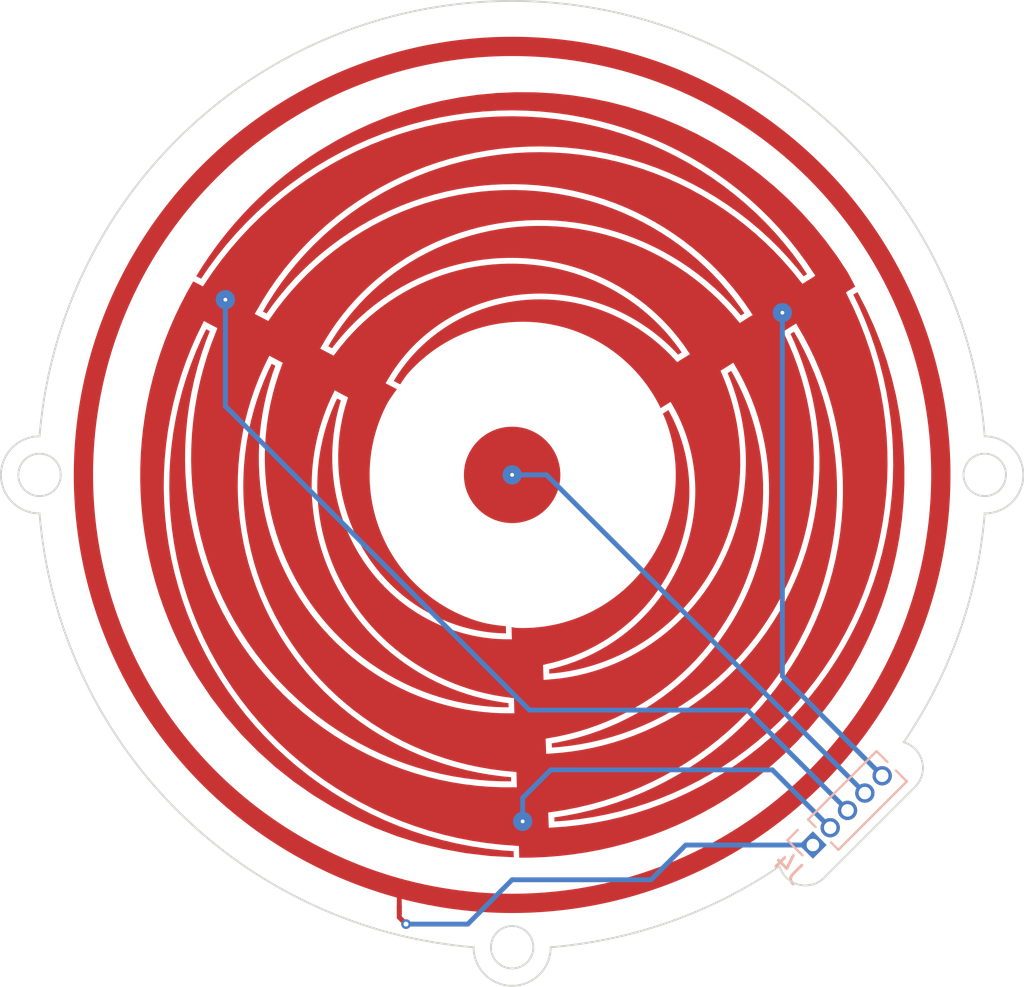
<source format=kicad_pcb>
(kicad_pcb (version 20221018) (generator pcbnew)
  (layers (0 "F.Cu" signal) (31 "B.Cu" signal) (34 "B.Paste" user) (35 "F.Paste" user) (36 "B.SilkS" user "B.Silkscreen") (37 "F.SilkS" user "F.Silkscreen") (38 "B.Mask" user) (39 "F.Mask" user) (44 "Edge.Cuts" user))
  (net 0 "")
  (net 1 "Net-(J1-Pin_1)")
  (net 2 "Net-(J1-Pin_2)")
  (net 3 "Net-(J1-Pin_3)")
  (net 4 "Net-(J2-Pin_1)")
  (net 5 "Net-(J3-Pin_1)")
  (footprint "Melodio-NavWheel:qtouch-wheel" (layer "F.Cu") (at 120.547168 100 32)
    (fp_text reference "J1" hide)
    (fp_text value "Wheel")
  )
  (footprint "Melodio-NavWheel:qtouch-guard" (layer "F.Cu") (at 120 100 180)
    (fp_text reference "J3" hide)
    (fp_text value "Guard")
  )
  (footprint "Melodio-NavWheel:qtouch-button" (layer "F.Cu") (at 120 100 180)
    (fp_text reference "J2" hide)
    (fp_text value "Sel")
  )
  (footprint "Connector_PinHeader_1.27mm:PinHeader_1x05_P1.27mm_Vertical" (layer "B.Cu") (at 135.591705 119.19795 -45)
    (fp_text reference "J4")
    (fp_text value "Interface")
  )
  (gr_arc (start 133.863022 120.299424) (mid 128.204881 123.171748) (end 122 124.5) (stroke (width 0.1)) (layer "Edge.Cuts"))
  (gr_arc (start 140.299424 113.863022) (mid 141.243377 114.822657) (end 140.937168 116.133451) (stroke (width 0.1)) (layer "Edge.Cuts"))
  (gr_arc (start 144.5 102) (mid 143.171748 108.204881) (end 140.299424 113.863022) (stroke (width 0.1)) (layer "Edge.Cuts"))
  (gr_arc (start 95.5 102) (mid 93.5 100) (end 95.5 98) (stroke (width 0.1)) (layer "Edge.Cuts"))
  (gr_circle (center 95.5 100) (end 96.6 100) (stroke (width 0.1)) (fill none) (layer "Edge.Cuts"))
  (gr_arc (start 95.5 98) (mid 120 75.418503) (end 144.5 98) (stroke (width 0.1)) (layer "Edge.Cuts"))
  (gr_circle (center 144.5 100) (end 145.6 100) (stroke (width 0.1)) (fill none) (layer "Edge.Cuts"))
  (gr_arc (start 136.133451 120.937168) (mid 134.822657 121.243377) (end 133.863022 120.299424) (stroke (width 0.1)) (layer "Edge.Cuts"))
  (gr_circle (center 120 124.5) (end 121.1 124.5) (stroke (width 0.1)) (fill none) (layer "Edge.Cuts"))
  (gr_arc (start 122 124.5) (mid 120 126.5) (end 118 124.5) (stroke (width 0.1)) (layer "Edge.Cuts"))
  (gr_arc (start 118.006587 124.500537) (mid 102.620593 117.38408) (end 95.5 102) (stroke (width 0.1)) (layer "Edge.Cuts"))
  (gr_arc (start 144.5 98) (mid 146.5 100) (end 144.5 102) (stroke (width 0.1)) (layer "Edge.Cuts"))
  (gr_line (start 136.133451 120.937168) (end 140.937168 116.133451) (stroke (width 0.1)) (layer "Edge.Cuts"))
  (segment (start 134.009932 110.431973) (end 139.183807 115.605848) (width 0.254) (layer "B.Cu") (net 1))
  (segment (start 134.009932 91.587532) (end 134.009932 110.431973) (width 0.254) (layer "B.Cu") (net 1))
  (segment (start 120.9 112.2) (end 132.185857 112.2) (width 0.254) (layer "B.Cu") (net 2))
  (segment (start 105.134063 90.91172) (end 105.134063 96.434063) (width 0.254) (layer "B.Cu") (net 2))
  (segment (start 132.185857 112.2) (end 137.387756 117.401899) (width 0.254) (layer "B.Cu") (net 2))
  (segment (start 105.134063 96.434063) (end 120.9 112.2) (width 0.254) (layer "B.Cu") (net 2))
  (segment (start 133.489808 115.3) (end 136.489731 118.299924) (width 0.254) (layer "B.Cu") (net 3))
  (segment (start 120.545479 117.971734) (end 120.545479 116.754521) (width 0.254) (layer "B.Cu") (net 3))
  (segment (start 122 115.3) (end 133.489808 115.3) (width 0.254) (layer "B.Cu") (net 3))
  (segment (start 120.545479 116.754521) (end 122 115.3) (width 0.254) (layer "B.Cu") (net 3))
  (segment (start 121.78191 100) (end 120 100) (width 0.254) (layer "B.Cu") (net 4))
  (segment (start 138.285782 116.503873) (end 121.78191 100) (width 0.254) (layer "B.Cu") (net 4))
  (segment (start 114.15 122.35) (end 114.15 122.95) (width 0.254) (layer "F.Cu") (net 5))
  (segment (start 114.15 122.95) (end 114.5 123.3) (width 0.254) (layer "F.Cu") (net 5))
  (via (at 114.5 123.3) (size 0.5) (drill 0.254) (layers "F.Cu" "B.Cu") (net 5))
  (segment (start 117.7 123.3) (end 120 121) (width 0.254) (layer "B.Cu") (net 5))
  (segment (start 114.5 123.3) (end 117.7 123.3) (width 0.254) (layer "B.Cu") (net 5))
  (segment (start 127.19795 121) (end 129 119.19795) (width 0.254) (layer "B.Cu") (net 5))
  (segment (start 129 119.19795) (end 135.591705 119.19795) (width 0.254) (layer "B.Cu") (net 5))
  (segment (start 120 121) (end 127.19795 121) (width 0.254) (layer "B.Cu") (net 5))
)
</source>
